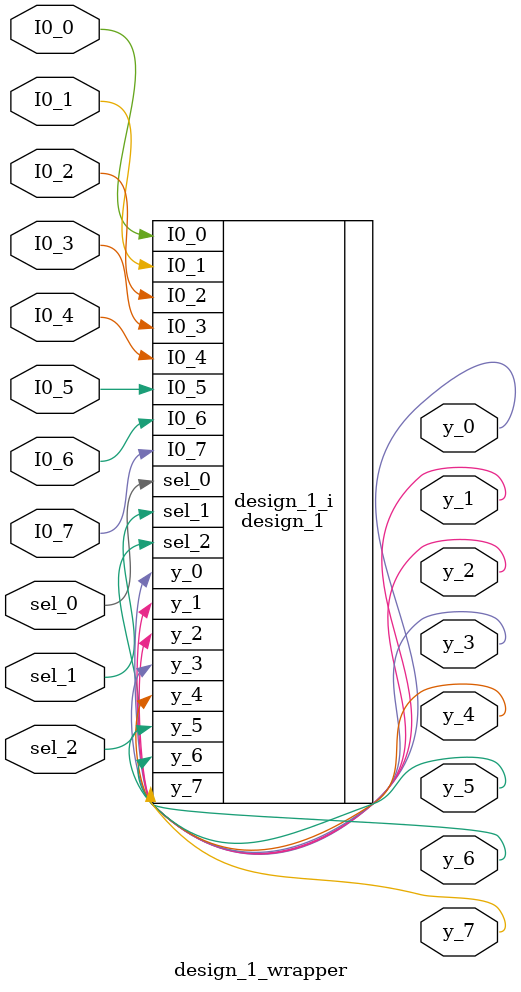
<source format=v>
`timescale 1 ps / 1 ps

module design_1_wrapper
   (I0_0,
    I0_1,
    I0_2,
    I0_3,
    I0_4,
    I0_5,
    I0_6,
    I0_7,
    sel_0,
    sel_1,
    sel_2,
    y_0,
    y_1,
    y_2,
    y_3,
    y_4,
    y_5,
    y_6,
    y_7);
  input I0_0;
  input I0_1;
  input I0_2;
  input I0_3;
  input I0_4;
  input I0_5;
  input I0_6;
  input I0_7;
  input sel_0;
  input sel_1;
  input sel_2;
  output y_0;
  output y_1;
  output y_2;
  output y_3;
  output y_4;
  output y_5;
  output y_6;
  output y_7;

  wire I0_0;
  wire I0_1;
  wire I0_2;
  wire I0_3;
  wire I0_4;
  wire I0_5;
  wire I0_6;
  wire I0_7;
  wire sel_0;
  wire sel_1;
  wire sel_2;
  wire y_0;
  wire y_1;
  wire y_2;
  wire y_3;
  wire y_4;
  wire y_5;
  wire y_6;
  wire y_7;

  design_1 design_1_i
       (.I0_0(I0_0),
        .I0_1(I0_1),
        .I0_2(I0_2),
        .I0_3(I0_3),
        .I0_4(I0_4),
        .I0_5(I0_5),
        .I0_6(I0_6),
        .I0_7(I0_7),
        .sel_0(sel_0),
        .sel_1(sel_1),
        .sel_2(sel_2),
        .y_0(y_0),
        .y_1(y_1),
        .y_2(y_2),
        .y_3(y_3),
        .y_4(y_4),
        .y_5(y_5),
        .y_6(y_6),
        .y_7(y_7));
endmodule
</source>
